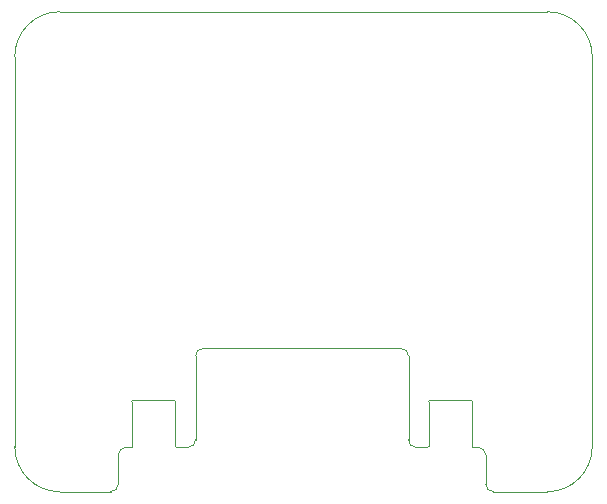
<source format=gm1>
%TF.GenerationSoftware,KiCad,Pcbnew,(5.1.8)-1*%
%TF.CreationDate,2021-01-26T14:35:44+01:00*%
%TF.ProjectId,D32 Joystick Adapter Faceplate A2,44333220-4a6f-4797-9374-69636b204164,rev?*%
%TF.SameCoordinates,Original*%
%TF.FileFunction,Profile,NP*%
%FSLAX46Y46*%
G04 Gerber Fmt 4.6, Leading zero omitted, Abs format (unit mm)*
G04 Created by KiCad (PCBNEW (5.1.8)-1) date 2021-01-26 14:35:44*
%MOMM*%
%LPD*%
G01*
G04 APERTURE LIST*
%TA.AperFunction,Profile*%
%ADD10C,0.050000*%
%TD*%
G04 APERTURE END LIST*
D10*
X112141000Y-108648500D02*
G75*
G02*
X112014000Y-108521500I0J127000D01*
G01*
X133477000Y-108521500D02*
G75*
G02*
X133350000Y-108648500I-127000J0D01*
G01*
X133477000Y-104775000D02*
G75*
G02*
X133604000Y-104648000I127000J0D01*
G01*
X137033000Y-104648000D02*
G75*
G02*
X137160000Y-104775000I0J-127000D01*
G01*
X111887000Y-104648000D02*
G75*
G02*
X112014000Y-104775000I0J-127000D01*
G01*
X108331000Y-104775000D02*
G75*
G02*
X108458000Y-104648000I127000J0D01*
G01*
X132397500Y-108648500D02*
X133350000Y-108648500D01*
X133477000Y-108521500D02*
X133477000Y-104775000D01*
X137160000Y-108648500D02*
X137160000Y-104775000D01*
X137033000Y-104648000D02*
X133604000Y-104648000D01*
X108331000Y-108648500D02*
X107823000Y-108648500D01*
X112014000Y-108521500D02*
X112014000Y-104775000D01*
X111887000Y-104648000D02*
X108458000Y-104648000D01*
X108331000Y-108648500D02*
X108331000Y-104775000D01*
X143510000Y-112395000D02*
X138938000Y-112395000D01*
X138938000Y-112395000D02*
G75*
G02*
X138303000Y-111760000I0J635000D01*
G01*
X107188000Y-111760000D02*
G75*
G02*
X106553000Y-112395000I-635000J0D01*
G01*
X138303000Y-109283500D02*
X138303000Y-111760000D01*
X137668000Y-108648500D02*
G75*
G02*
X138303000Y-109283500I0J-635000D01*
G01*
X137160000Y-108648500D02*
X137668000Y-108648500D01*
X107188000Y-109283500D02*
X107188000Y-111760000D01*
X112141000Y-108648500D02*
X113093500Y-108648500D01*
X107188000Y-109283500D02*
G75*
G02*
X107823000Y-108648500I635000J0D01*
G01*
X132397500Y-108648500D02*
G75*
G02*
X131762500Y-108013500I0J635000D01*
G01*
X113728500Y-108013500D02*
G75*
G02*
X113093500Y-108648500I-635000J0D01*
G01*
X131127500Y-100266500D02*
G75*
G02*
X131762500Y-100901500I0J-635000D01*
G01*
X113728500Y-100901500D02*
G75*
G02*
X114363500Y-100266500I635000J0D01*
G01*
X131762500Y-100901500D02*
X131762500Y-108013500D01*
X113728500Y-100901500D02*
X113728500Y-108013500D01*
X114363500Y-100266500D02*
X131127500Y-100266500D01*
X147320000Y-108585000D02*
G75*
G02*
X143510000Y-112395000I-3810000J0D01*
G01*
X143510000Y-71755000D02*
G75*
G02*
X147320000Y-75565000I0J-3810000D01*
G01*
X98425000Y-75565000D02*
G75*
G02*
X102235000Y-71755000I3810000J0D01*
G01*
X102235000Y-112395000D02*
G75*
G02*
X98425000Y-108585000I0J3810000D01*
G01*
X106553000Y-112395000D02*
X102235000Y-112395000D01*
X147320000Y-75565000D02*
X147320000Y-108585000D01*
X102235000Y-71755000D02*
X143510000Y-71755000D01*
X98425000Y-108585000D02*
X98425000Y-75565000D01*
M02*

</source>
